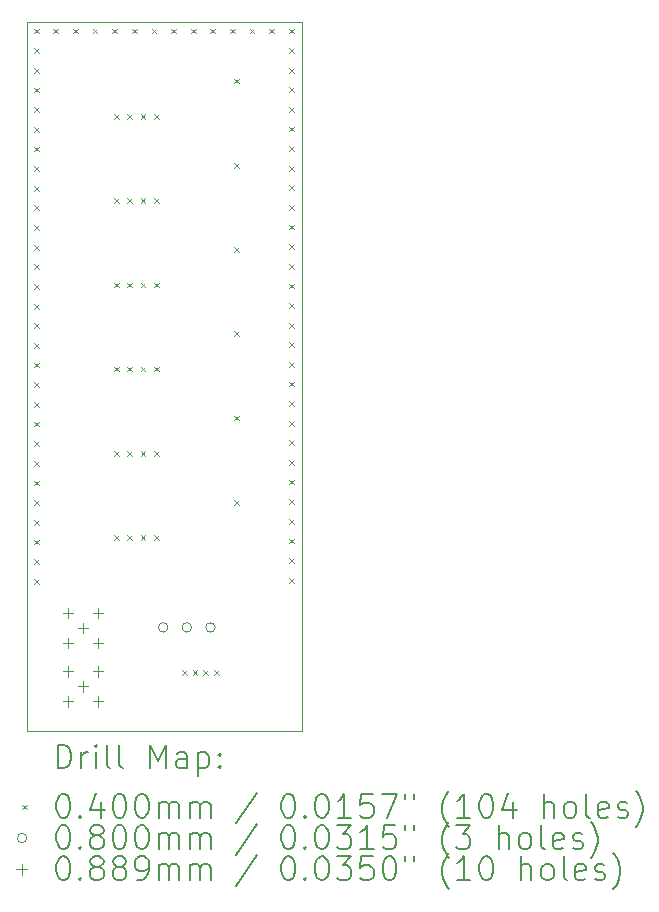
<source format=gbr>
%TF.GenerationSoftware,KiCad,Pcbnew,8.0.1-8.0.1-1~ubuntu22.04.1*%
%TF.CreationDate,2024-03-18T13:01:20-05:00*%
%TF.ProjectId,onsemi-version,6f6e7365-6d69-42d7-9665-7273696f6e2e,rev?*%
%TF.SameCoordinates,Original*%
%TF.FileFunction,Drillmap*%
%TF.FilePolarity,Positive*%
%FSLAX45Y45*%
G04 Gerber Fmt 4.5, Leading zero omitted, Abs format (unit mm)*
G04 Created by KiCad (PCBNEW 8.0.1-8.0.1-1~ubuntu22.04.1) date 2024-03-18 13:01:20*
%MOMM*%
%LPD*%
G01*
G04 APERTURE LIST*
%ADD10C,0.100000*%
%ADD11C,0.200000*%
G04 APERTURE END LIST*
D10*
X4050000Y-3558200D02*
X6375000Y-3558200D01*
X6375000Y-9558200D01*
X4050000Y-9558200D01*
X4050000Y-3558200D01*
D11*
D10*
X4105000Y-3613200D02*
X4145000Y-3653200D01*
X4145000Y-3613200D02*
X4105000Y-3653200D01*
X4105000Y-3779628D02*
X4145000Y-3819628D01*
X4145000Y-3779628D02*
X4105000Y-3819628D01*
X4105000Y-3946057D02*
X4145000Y-3986057D01*
X4145000Y-3946057D02*
X4105000Y-3986057D01*
X4105000Y-4112485D02*
X4145000Y-4152485D01*
X4145000Y-4112485D02*
X4105000Y-4152485D01*
X4105000Y-4278914D02*
X4145000Y-4318914D01*
X4145000Y-4278914D02*
X4105000Y-4318914D01*
X4105000Y-4445343D02*
X4145000Y-4485343D01*
X4145000Y-4445343D02*
X4105000Y-4485343D01*
X4105000Y-4611771D02*
X4145000Y-4651771D01*
X4145000Y-4611771D02*
X4105000Y-4651771D01*
X4105000Y-4778200D02*
X4145000Y-4818200D01*
X4145000Y-4778200D02*
X4105000Y-4818200D01*
X4105000Y-4944628D02*
X4145000Y-4984628D01*
X4145000Y-4944628D02*
X4105000Y-4984628D01*
X4105000Y-5111057D02*
X4145000Y-5151057D01*
X4145000Y-5111057D02*
X4105000Y-5151057D01*
X4105000Y-5277485D02*
X4145000Y-5317485D01*
X4145000Y-5277485D02*
X4105000Y-5317485D01*
X4105000Y-5443914D02*
X4145000Y-5483914D01*
X4145000Y-5443914D02*
X4105000Y-5483914D01*
X4105000Y-5610342D02*
X4145000Y-5650342D01*
X4145000Y-5610342D02*
X4105000Y-5650342D01*
X4105000Y-5776770D02*
X4145000Y-5816770D01*
X4145000Y-5776770D02*
X4105000Y-5816770D01*
X4105000Y-5943199D02*
X4145000Y-5983199D01*
X4145000Y-5943199D02*
X4105000Y-5983199D01*
X4105000Y-6109627D02*
X4145000Y-6149627D01*
X4145000Y-6109627D02*
X4105000Y-6149627D01*
X4105000Y-6276056D02*
X4145000Y-6316056D01*
X4145000Y-6276056D02*
X4105000Y-6316056D01*
X4105000Y-6442484D02*
X4145000Y-6482484D01*
X4145000Y-6442484D02*
X4105000Y-6482484D01*
X4105000Y-6608913D02*
X4145000Y-6648913D01*
X4145000Y-6608913D02*
X4105000Y-6648913D01*
X4105000Y-6775341D02*
X4145000Y-6815341D01*
X4145000Y-6775341D02*
X4105000Y-6815341D01*
X4105000Y-6941770D02*
X4145000Y-6981770D01*
X4145000Y-6941770D02*
X4105000Y-6981770D01*
X4105000Y-7108198D02*
X4145000Y-7148198D01*
X4145000Y-7108198D02*
X4105000Y-7148198D01*
X4105000Y-7274627D02*
X4145000Y-7314627D01*
X4145000Y-7274627D02*
X4105000Y-7314627D01*
X4105000Y-7441055D02*
X4145000Y-7481055D01*
X4145000Y-7441055D02*
X4105000Y-7481055D01*
X4105000Y-7607484D02*
X4145000Y-7647484D01*
X4145000Y-7607484D02*
X4105000Y-7647484D01*
X4105000Y-7773912D02*
X4145000Y-7813912D01*
X4145000Y-7773912D02*
X4105000Y-7813912D01*
X4105000Y-7940341D02*
X4145000Y-7980341D01*
X4145000Y-7940341D02*
X4105000Y-7980341D01*
X4105000Y-8106769D02*
X4145000Y-8146769D01*
X4145000Y-8106769D02*
X4105000Y-8146769D01*
X4105000Y-8273198D02*
X4145000Y-8313198D01*
X4145000Y-8273198D02*
X4105000Y-8313198D01*
X4271071Y-3613200D02*
X4311071Y-3653200D01*
X4311071Y-3613200D02*
X4271071Y-3653200D01*
X4437143Y-3613200D02*
X4477143Y-3653200D01*
X4477143Y-3613200D02*
X4437143Y-3653200D01*
X4603214Y-3613200D02*
X4643214Y-3653200D01*
X4643214Y-3613200D02*
X4603214Y-3653200D01*
X4769286Y-3613200D02*
X4809286Y-3653200D01*
X4809286Y-3613200D02*
X4769286Y-3653200D01*
X4785000Y-4336800D02*
X4825000Y-4376800D01*
X4825000Y-4336800D02*
X4785000Y-4376800D01*
X4785000Y-5050000D02*
X4825000Y-5090000D01*
X4825000Y-5050000D02*
X4785000Y-5090000D01*
X4785000Y-5763200D02*
X4825000Y-5803200D01*
X4825000Y-5763200D02*
X4785000Y-5803200D01*
X4785000Y-6476400D02*
X4825000Y-6516400D01*
X4825000Y-6476400D02*
X4785000Y-6516400D01*
X4785000Y-7189600D02*
X4825000Y-7229600D01*
X4825000Y-7189600D02*
X4785000Y-7229600D01*
X4785000Y-7902800D02*
X4825000Y-7942800D01*
X4825000Y-7902800D02*
X4785000Y-7942800D01*
X4897500Y-4336800D02*
X4937500Y-4376800D01*
X4937500Y-4336800D02*
X4897500Y-4376800D01*
X4897500Y-5050000D02*
X4937500Y-5090000D01*
X4937500Y-5050000D02*
X4897500Y-5090000D01*
X4897500Y-5763200D02*
X4937500Y-5803200D01*
X4937500Y-5763200D02*
X4897500Y-5803200D01*
X4897500Y-6476400D02*
X4937500Y-6516400D01*
X4937500Y-6476400D02*
X4897500Y-6516400D01*
X4897500Y-7189600D02*
X4937500Y-7229600D01*
X4937500Y-7189600D02*
X4897500Y-7229600D01*
X4897500Y-7902800D02*
X4937500Y-7942800D01*
X4937500Y-7902800D02*
X4897500Y-7942800D01*
X4935357Y-3613200D02*
X4975357Y-3653200D01*
X4975357Y-3613200D02*
X4935357Y-3653200D01*
X5010000Y-4336800D02*
X5050000Y-4376800D01*
X5050000Y-4336800D02*
X5010000Y-4376800D01*
X5010000Y-5050000D02*
X5050000Y-5090000D01*
X5050000Y-5050000D02*
X5010000Y-5090000D01*
X5010000Y-5763200D02*
X5050000Y-5803200D01*
X5050000Y-5763200D02*
X5010000Y-5803200D01*
X5010000Y-6476400D02*
X5050000Y-6516400D01*
X5050000Y-6476400D02*
X5010000Y-6516400D01*
X5010000Y-7189600D02*
X5050000Y-7229600D01*
X5050000Y-7189600D02*
X5010000Y-7229600D01*
X5010000Y-7902800D02*
X5050000Y-7942800D01*
X5050000Y-7902800D02*
X5010000Y-7942800D01*
X5101428Y-3613200D02*
X5141428Y-3653200D01*
X5141428Y-3613200D02*
X5101428Y-3653200D01*
X5122500Y-4336800D02*
X5162500Y-4376800D01*
X5162500Y-4336800D02*
X5122500Y-4376800D01*
X5122500Y-5050000D02*
X5162500Y-5090000D01*
X5162500Y-5050000D02*
X5122500Y-5090000D01*
X5122500Y-5763200D02*
X5162500Y-5803200D01*
X5162500Y-5763200D02*
X5122500Y-5803200D01*
X5122500Y-6476400D02*
X5162500Y-6516400D01*
X5162500Y-6476400D02*
X5122500Y-6516400D01*
X5122500Y-7189600D02*
X5162500Y-7229600D01*
X5162500Y-7189600D02*
X5122500Y-7229600D01*
X5122500Y-7902800D02*
X5162500Y-7942800D01*
X5162500Y-7902800D02*
X5122500Y-7942800D01*
X5267500Y-3613200D02*
X5307500Y-3653200D01*
X5307500Y-3613200D02*
X5267500Y-3653200D01*
X5360000Y-9043200D02*
X5400000Y-9083200D01*
X5400000Y-9043200D02*
X5360000Y-9083200D01*
X5433571Y-3613200D02*
X5473571Y-3653200D01*
X5473571Y-3613200D02*
X5433571Y-3653200D01*
X5450000Y-9043200D02*
X5490000Y-9083200D01*
X5490000Y-9043200D02*
X5450000Y-9083200D01*
X5540000Y-9043200D02*
X5580000Y-9083200D01*
X5580000Y-9043200D02*
X5540000Y-9083200D01*
X5599643Y-3613200D02*
X5639643Y-3653200D01*
X5639643Y-3613200D02*
X5599643Y-3653200D01*
X5630000Y-9043200D02*
X5670000Y-9083200D01*
X5670000Y-9043200D02*
X5630000Y-9083200D01*
X5765714Y-3613200D02*
X5805714Y-3653200D01*
X5805714Y-3613200D02*
X5765714Y-3653200D01*
X5800000Y-4036800D02*
X5840000Y-4076800D01*
X5840000Y-4036800D02*
X5800000Y-4076800D01*
X5800000Y-4750000D02*
X5840000Y-4790000D01*
X5840000Y-4750000D02*
X5800000Y-4790000D01*
X5800000Y-5463200D02*
X5840000Y-5503200D01*
X5840000Y-5463200D02*
X5800000Y-5503200D01*
X5800000Y-6176400D02*
X5840000Y-6216400D01*
X5840000Y-6176400D02*
X5800000Y-6216400D01*
X5800000Y-6889600D02*
X5840000Y-6929600D01*
X5840000Y-6889600D02*
X5800000Y-6929600D01*
X5800000Y-7602800D02*
X5840000Y-7642800D01*
X5840000Y-7602800D02*
X5800000Y-7642800D01*
X5931785Y-3613200D02*
X5971785Y-3653200D01*
X5971785Y-3613200D02*
X5931785Y-3653200D01*
X6097857Y-3613200D02*
X6137857Y-3653200D01*
X6137857Y-3613200D02*
X6097857Y-3653200D01*
X6263928Y-3613200D02*
X6303928Y-3653200D01*
X6303928Y-3613200D02*
X6263928Y-3653200D01*
X6263928Y-3779271D02*
X6303928Y-3819271D01*
X6303928Y-3779271D02*
X6263928Y-3819271D01*
X6263928Y-3945343D02*
X6303928Y-3985343D01*
X6303928Y-3945343D02*
X6263928Y-3985343D01*
X6263928Y-4111414D02*
X6303928Y-4151414D01*
X6303928Y-4111414D02*
X6263928Y-4151414D01*
X6263928Y-4277486D02*
X6303928Y-4317486D01*
X6303928Y-4277486D02*
X6263928Y-4317486D01*
X6263928Y-4443557D02*
X6303928Y-4483557D01*
X6303928Y-4443557D02*
X6263928Y-4483557D01*
X6263928Y-4609628D02*
X6303928Y-4649628D01*
X6303928Y-4609628D02*
X6263928Y-4649628D01*
X6263928Y-4775700D02*
X6303928Y-4815700D01*
X6303928Y-4775700D02*
X6263928Y-4815700D01*
X6263928Y-4941771D02*
X6303928Y-4981771D01*
X6303928Y-4941771D02*
X6263928Y-4981771D01*
X6263928Y-5107843D02*
X6303928Y-5147843D01*
X6303928Y-5107843D02*
X6263928Y-5147843D01*
X6263928Y-5273914D02*
X6303928Y-5313914D01*
X6303928Y-5273914D02*
X6263928Y-5313914D01*
X6263928Y-5439985D02*
X6303928Y-5479985D01*
X6303928Y-5439985D02*
X6263928Y-5479985D01*
X6263928Y-5606057D02*
X6303928Y-5646057D01*
X6303928Y-5606057D02*
X6263928Y-5646057D01*
X6263928Y-5772128D02*
X6303928Y-5812128D01*
X6303928Y-5772128D02*
X6263928Y-5812128D01*
X6263928Y-5938200D02*
X6303928Y-5978200D01*
X6303928Y-5938200D02*
X6263928Y-5978200D01*
X6263928Y-6104271D02*
X6303928Y-6144271D01*
X6303928Y-6104271D02*
X6263928Y-6144271D01*
X6263928Y-6270342D02*
X6303928Y-6310342D01*
X6303928Y-6270342D02*
X6263928Y-6310342D01*
X6263928Y-6436414D02*
X6303928Y-6476414D01*
X6303928Y-6436414D02*
X6263928Y-6476414D01*
X6263928Y-6602485D02*
X6303928Y-6642485D01*
X6303928Y-6602485D02*
X6263928Y-6642485D01*
X6263928Y-6768557D02*
X6303928Y-6808557D01*
X6303928Y-6768557D02*
X6263928Y-6808557D01*
X6263928Y-6934628D02*
X6303928Y-6974628D01*
X6303928Y-6934628D02*
X6263928Y-6974628D01*
X6263928Y-7100699D02*
X6303928Y-7140699D01*
X6303928Y-7100699D02*
X6263928Y-7140699D01*
X6263928Y-7266771D02*
X6303928Y-7306771D01*
X6303928Y-7266771D02*
X6263928Y-7306771D01*
X6263928Y-7432842D02*
X6303928Y-7472842D01*
X6303928Y-7432842D02*
X6263928Y-7472842D01*
X6263928Y-7598914D02*
X6303928Y-7638914D01*
X6303928Y-7598914D02*
X6263928Y-7638914D01*
X6263928Y-7764985D02*
X6303928Y-7804985D01*
X6303928Y-7764985D02*
X6263928Y-7804985D01*
X6263928Y-7931056D02*
X6303928Y-7971056D01*
X6303928Y-7931056D02*
X6263928Y-7971056D01*
X6263928Y-8097128D02*
X6303928Y-8137128D01*
X6303928Y-8097128D02*
X6263928Y-8137128D01*
X6263928Y-8263200D02*
X6303928Y-8303200D01*
X6303928Y-8263200D02*
X6263928Y-8303200D01*
X5240000Y-8683200D02*
G75*
G02*
X5160000Y-8683200I-40000J0D01*
G01*
X5160000Y-8683200D02*
G75*
G02*
X5240000Y-8683200I40000J0D01*
G01*
X5440000Y-8683200D02*
G75*
G02*
X5360000Y-8683200I-40000J0D01*
G01*
X5360000Y-8683200D02*
G75*
G02*
X5440000Y-8683200I40000J0D01*
G01*
X5640000Y-8683200D02*
G75*
G02*
X5560000Y-8683200I-40000J0D01*
G01*
X5560000Y-8683200D02*
G75*
G02*
X5640000Y-8683200I40000J0D01*
G01*
X4392500Y-8518750D02*
X4392500Y-8607650D01*
X4348050Y-8563200D02*
X4436950Y-8563200D01*
X4392500Y-8772750D02*
X4392500Y-8861650D01*
X4348050Y-8817200D02*
X4436950Y-8817200D01*
X4392500Y-9011750D02*
X4392500Y-9100650D01*
X4348050Y-9056200D02*
X4436950Y-9056200D01*
X4392500Y-9265750D02*
X4392500Y-9354650D01*
X4348050Y-9310200D02*
X4436950Y-9310200D01*
X4519500Y-8645750D02*
X4519500Y-8734650D01*
X4475050Y-8690200D02*
X4563950Y-8690200D01*
X4519500Y-9138750D02*
X4519500Y-9227650D01*
X4475050Y-9183200D02*
X4563950Y-9183200D01*
X4646500Y-8518750D02*
X4646500Y-8607650D01*
X4602050Y-8563200D02*
X4690950Y-8563200D01*
X4646500Y-8772750D02*
X4646500Y-8861650D01*
X4602050Y-8817200D02*
X4690950Y-8817200D01*
X4646500Y-9011750D02*
X4646500Y-9100650D01*
X4602050Y-9056200D02*
X4690950Y-9056200D01*
X4646500Y-9265750D02*
X4646500Y-9354650D01*
X4602050Y-9310200D02*
X4690950Y-9310200D01*
D11*
X4305777Y-9874684D02*
X4305777Y-9674684D01*
X4305777Y-9674684D02*
X4353396Y-9674684D01*
X4353396Y-9674684D02*
X4381967Y-9684208D01*
X4381967Y-9684208D02*
X4401015Y-9703255D01*
X4401015Y-9703255D02*
X4410539Y-9722303D01*
X4410539Y-9722303D02*
X4420063Y-9760398D01*
X4420063Y-9760398D02*
X4420063Y-9788970D01*
X4420063Y-9788970D02*
X4410539Y-9827065D01*
X4410539Y-9827065D02*
X4401015Y-9846112D01*
X4401015Y-9846112D02*
X4381967Y-9865160D01*
X4381967Y-9865160D02*
X4353396Y-9874684D01*
X4353396Y-9874684D02*
X4305777Y-9874684D01*
X4505777Y-9874684D02*
X4505777Y-9741350D01*
X4505777Y-9779446D02*
X4515301Y-9760398D01*
X4515301Y-9760398D02*
X4524824Y-9750874D01*
X4524824Y-9750874D02*
X4543872Y-9741350D01*
X4543872Y-9741350D02*
X4562920Y-9741350D01*
X4629586Y-9874684D02*
X4629586Y-9741350D01*
X4629586Y-9674684D02*
X4620063Y-9684208D01*
X4620063Y-9684208D02*
X4629586Y-9693731D01*
X4629586Y-9693731D02*
X4639110Y-9684208D01*
X4639110Y-9684208D02*
X4629586Y-9674684D01*
X4629586Y-9674684D02*
X4629586Y-9693731D01*
X4753396Y-9874684D02*
X4734348Y-9865160D01*
X4734348Y-9865160D02*
X4724824Y-9846112D01*
X4724824Y-9846112D02*
X4724824Y-9674684D01*
X4858158Y-9874684D02*
X4839110Y-9865160D01*
X4839110Y-9865160D02*
X4829586Y-9846112D01*
X4829586Y-9846112D02*
X4829586Y-9674684D01*
X5086729Y-9874684D02*
X5086729Y-9674684D01*
X5086729Y-9674684D02*
X5153396Y-9817541D01*
X5153396Y-9817541D02*
X5220063Y-9674684D01*
X5220063Y-9674684D02*
X5220063Y-9874684D01*
X5401015Y-9874684D02*
X5401015Y-9769922D01*
X5401015Y-9769922D02*
X5391491Y-9750874D01*
X5391491Y-9750874D02*
X5372444Y-9741350D01*
X5372444Y-9741350D02*
X5334348Y-9741350D01*
X5334348Y-9741350D02*
X5315301Y-9750874D01*
X5401015Y-9865160D02*
X5381967Y-9874684D01*
X5381967Y-9874684D02*
X5334348Y-9874684D01*
X5334348Y-9874684D02*
X5315301Y-9865160D01*
X5315301Y-9865160D02*
X5305777Y-9846112D01*
X5305777Y-9846112D02*
X5305777Y-9827065D01*
X5305777Y-9827065D02*
X5315301Y-9808017D01*
X5315301Y-9808017D02*
X5334348Y-9798493D01*
X5334348Y-9798493D02*
X5381967Y-9798493D01*
X5381967Y-9798493D02*
X5401015Y-9788970D01*
X5496253Y-9741350D02*
X5496253Y-9941350D01*
X5496253Y-9750874D02*
X5515301Y-9741350D01*
X5515301Y-9741350D02*
X5553396Y-9741350D01*
X5553396Y-9741350D02*
X5572444Y-9750874D01*
X5572444Y-9750874D02*
X5581967Y-9760398D01*
X5581967Y-9760398D02*
X5591491Y-9779446D01*
X5591491Y-9779446D02*
X5591491Y-9836589D01*
X5591491Y-9836589D02*
X5581967Y-9855636D01*
X5581967Y-9855636D02*
X5572444Y-9865160D01*
X5572444Y-9865160D02*
X5553396Y-9874684D01*
X5553396Y-9874684D02*
X5515301Y-9874684D01*
X5515301Y-9874684D02*
X5496253Y-9865160D01*
X5677205Y-9855636D02*
X5686729Y-9865160D01*
X5686729Y-9865160D02*
X5677205Y-9874684D01*
X5677205Y-9874684D02*
X5667682Y-9865160D01*
X5667682Y-9865160D02*
X5677205Y-9855636D01*
X5677205Y-9855636D02*
X5677205Y-9874684D01*
X5677205Y-9750874D02*
X5686729Y-9760398D01*
X5686729Y-9760398D02*
X5677205Y-9769922D01*
X5677205Y-9769922D02*
X5667682Y-9760398D01*
X5667682Y-9760398D02*
X5677205Y-9750874D01*
X5677205Y-9750874D02*
X5677205Y-9769922D01*
D10*
X4005000Y-10183200D02*
X4045000Y-10223200D01*
X4045000Y-10183200D02*
X4005000Y-10223200D01*
D11*
X4343872Y-10094684D02*
X4362920Y-10094684D01*
X4362920Y-10094684D02*
X4381967Y-10104208D01*
X4381967Y-10104208D02*
X4391491Y-10113731D01*
X4391491Y-10113731D02*
X4401015Y-10132779D01*
X4401015Y-10132779D02*
X4410539Y-10170874D01*
X4410539Y-10170874D02*
X4410539Y-10218493D01*
X4410539Y-10218493D02*
X4401015Y-10256589D01*
X4401015Y-10256589D02*
X4391491Y-10275636D01*
X4391491Y-10275636D02*
X4381967Y-10285160D01*
X4381967Y-10285160D02*
X4362920Y-10294684D01*
X4362920Y-10294684D02*
X4343872Y-10294684D01*
X4343872Y-10294684D02*
X4324824Y-10285160D01*
X4324824Y-10285160D02*
X4315301Y-10275636D01*
X4315301Y-10275636D02*
X4305777Y-10256589D01*
X4305777Y-10256589D02*
X4296253Y-10218493D01*
X4296253Y-10218493D02*
X4296253Y-10170874D01*
X4296253Y-10170874D02*
X4305777Y-10132779D01*
X4305777Y-10132779D02*
X4315301Y-10113731D01*
X4315301Y-10113731D02*
X4324824Y-10104208D01*
X4324824Y-10104208D02*
X4343872Y-10094684D01*
X4496253Y-10275636D02*
X4505777Y-10285160D01*
X4505777Y-10285160D02*
X4496253Y-10294684D01*
X4496253Y-10294684D02*
X4486729Y-10285160D01*
X4486729Y-10285160D02*
X4496253Y-10275636D01*
X4496253Y-10275636D02*
X4496253Y-10294684D01*
X4677205Y-10161350D02*
X4677205Y-10294684D01*
X4629586Y-10085160D02*
X4581967Y-10228017D01*
X4581967Y-10228017D02*
X4705777Y-10228017D01*
X4820063Y-10094684D02*
X4839110Y-10094684D01*
X4839110Y-10094684D02*
X4858158Y-10104208D01*
X4858158Y-10104208D02*
X4867682Y-10113731D01*
X4867682Y-10113731D02*
X4877205Y-10132779D01*
X4877205Y-10132779D02*
X4886729Y-10170874D01*
X4886729Y-10170874D02*
X4886729Y-10218493D01*
X4886729Y-10218493D02*
X4877205Y-10256589D01*
X4877205Y-10256589D02*
X4867682Y-10275636D01*
X4867682Y-10275636D02*
X4858158Y-10285160D01*
X4858158Y-10285160D02*
X4839110Y-10294684D01*
X4839110Y-10294684D02*
X4820063Y-10294684D01*
X4820063Y-10294684D02*
X4801015Y-10285160D01*
X4801015Y-10285160D02*
X4791491Y-10275636D01*
X4791491Y-10275636D02*
X4781967Y-10256589D01*
X4781967Y-10256589D02*
X4772444Y-10218493D01*
X4772444Y-10218493D02*
X4772444Y-10170874D01*
X4772444Y-10170874D02*
X4781967Y-10132779D01*
X4781967Y-10132779D02*
X4791491Y-10113731D01*
X4791491Y-10113731D02*
X4801015Y-10104208D01*
X4801015Y-10104208D02*
X4820063Y-10094684D01*
X5010539Y-10094684D02*
X5029586Y-10094684D01*
X5029586Y-10094684D02*
X5048634Y-10104208D01*
X5048634Y-10104208D02*
X5058158Y-10113731D01*
X5058158Y-10113731D02*
X5067682Y-10132779D01*
X5067682Y-10132779D02*
X5077205Y-10170874D01*
X5077205Y-10170874D02*
X5077205Y-10218493D01*
X5077205Y-10218493D02*
X5067682Y-10256589D01*
X5067682Y-10256589D02*
X5058158Y-10275636D01*
X5058158Y-10275636D02*
X5048634Y-10285160D01*
X5048634Y-10285160D02*
X5029586Y-10294684D01*
X5029586Y-10294684D02*
X5010539Y-10294684D01*
X5010539Y-10294684D02*
X4991491Y-10285160D01*
X4991491Y-10285160D02*
X4981967Y-10275636D01*
X4981967Y-10275636D02*
X4972444Y-10256589D01*
X4972444Y-10256589D02*
X4962920Y-10218493D01*
X4962920Y-10218493D02*
X4962920Y-10170874D01*
X4962920Y-10170874D02*
X4972444Y-10132779D01*
X4972444Y-10132779D02*
X4981967Y-10113731D01*
X4981967Y-10113731D02*
X4991491Y-10104208D01*
X4991491Y-10104208D02*
X5010539Y-10094684D01*
X5162920Y-10294684D02*
X5162920Y-10161350D01*
X5162920Y-10180398D02*
X5172444Y-10170874D01*
X5172444Y-10170874D02*
X5191491Y-10161350D01*
X5191491Y-10161350D02*
X5220063Y-10161350D01*
X5220063Y-10161350D02*
X5239110Y-10170874D01*
X5239110Y-10170874D02*
X5248634Y-10189922D01*
X5248634Y-10189922D02*
X5248634Y-10294684D01*
X5248634Y-10189922D02*
X5258158Y-10170874D01*
X5258158Y-10170874D02*
X5277205Y-10161350D01*
X5277205Y-10161350D02*
X5305777Y-10161350D01*
X5305777Y-10161350D02*
X5324825Y-10170874D01*
X5324825Y-10170874D02*
X5334348Y-10189922D01*
X5334348Y-10189922D02*
X5334348Y-10294684D01*
X5429586Y-10294684D02*
X5429586Y-10161350D01*
X5429586Y-10180398D02*
X5439110Y-10170874D01*
X5439110Y-10170874D02*
X5458158Y-10161350D01*
X5458158Y-10161350D02*
X5486729Y-10161350D01*
X5486729Y-10161350D02*
X5505777Y-10170874D01*
X5505777Y-10170874D02*
X5515301Y-10189922D01*
X5515301Y-10189922D02*
X5515301Y-10294684D01*
X5515301Y-10189922D02*
X5524825Y-10170874D01*
X5524825Y-10170874D02*
X5543872Y-10161350D01*
X5543872Y-10161350D02*
X5572444Y-10161350D01*
X5572444Y-10161350D02*
X5591491Y-10170874D01*
X5591491Y-10170874D02*
X5601015Y-10189922D01*
X5601015Y-10189922D02*
X5601015Y-10294684D01*
X5991491Y-10085160D02*
X5820063Y-10342303D01*
X6248634Y-10094684D02*
X6267682Y-10094684D01*
X6267682Y-10094684D02*
X6286729Y-10104208D01*
X6286729Y-10104208D02*
X6296253Y-10113731D01*
X6296253Y-10113731D02*
X6305777Y-10132779D01*
X6305777Y-10132779D02*
X6315301Y-10170874D01*
X6315301Y-10170874D02*
X6315301Y-10218493D01*
X6315301Y-10218493D02*
X6305777Y-10256589D01*
X6305777Y-10256589D02*
X6296253Y-10275636D01*
X6296253Y-10275636D02*
X6286729Y-10285160D01*
X6286729Y-10285160D02*
X6267682Y-10294684D01*
X6267682Y-10294684D02*
X6248634Y-10294684D01*
X6248634Y-10294684D02*
X6229586Y-10285160D01*
X6229586Y-10285160D02*
X6220063Y-10275636D01*
X6220063Y-10275636D02*
X6210539Y-10256589D01*
X6210539Y-10256589D02*
X6201015Y-10218493D01*
X6201015Y-10218493D02*
X6201015Y-10170874D01*
X6201015Y-10170874D02*
X6210539Y-10132779D01*
X6210539Y-10132779D02*
X6220063Y-10113731D01*
X6220063Y-10113731D02*
X6229586Y-10104208D01*
X6229586Y-10104208D02*
X6248634Y-10094684D01*
X6401015Y-10275636D02*
X6410539Y-10285160D01*
X6410539Y-10285160D02*
X6401015Y-10294684D01*
X6401015Y-10294684D02*
X6391491Y-10285160D01*
X6391491Y-10285160D02*
X6401015Y-10275636D01*
X6401015Y-10275636D02*
X6401015Y-10294684D01*
X6534348Y-10094684D02*
X6553396Y-10094684D01*
X6553396Y-10094684D02*
X6572444Y-10104208D01*
X6572444Y-10104208D02*
X6581967Y-10113731D01*
X6581967Y-10113731D02*
X6591491Y-10132779D01*
X6591491Y-10132779D02*
X6601015Y-10170874D01*
X6601015Y-10170874D02*
X6601015Y-10218493D01*
X6601015Y-10218493D02*
X6591491Y-10256589D01*
X6591491Y-10256589D02*
X6581967Y-10275636D01*
X6581967Y-10275636D02*
X6572444Y-10285160D01*
X6572444Y-10285160D02*
X6553396Y-10294684D01*
X6553396Y-10294684D02*
X6534348Y-10294684D01*
X6534348Y-10294684D02*
X6515301Y-10285160D01*
X6515301Y-10285160D02*
X6505777Y-10275636D01*
X6505777Y-10275636D02*
X6496253Y-10256589D01*
X6496253Y-10256589D02*
X6486729Y-10218493D01*
X6486729Y-10218493D02*
X6486729Y-10170874D01*
X6486729Y-10170874D02*
X6496253Y-10132779D01*
X6496253Y-10132779D02*
X6505777Y-10113731D01*
X6505777Y-10113731D02*
X6515301Y-10104208D01*
X6515301Y-10104208D02*
X6534348Y-10094684D01*
X6791491Y-10294684D02*
X6677206Y-10294684D01*
X6734348Y-10294684D02*
X6734348Y-10094684D01*
X6734348Y-10094684D02*
X6715301Y-10123255D01*
X6715301Y-10123255D02*
X6696253Y-10142303D01*
X6696253Y-10142303D02*
X6677206Y-10151827D01*
X6972444Y-10094684D02*
X6877206Y-10094684D01*
X6877206Y-10094684D02*
X6867682Y-10189922D01*
X6867682Y-10189922D02*
X6877206Y-10180398D01*
X6877206Y-10180398D02*
X6896253Y-10170874D01*
X6896253Y-10170874D02*
X6943872Y-10170874D01*
X6943872Y-10170874D02*
X6962920Y-10180398D01*
X6962920Y-10180398D02*
X6972444Y-10189922D01*
X6972444Y-10189922D02*
X6981967Y-10208970D01*
X6981967Y-10208970D02*
X6981967Y-10256589D01*
X6981967Y-10256589D02*
X6972444Y-10275636D01*
X6972444Y-10275636D02*
X6962920Y-10285160D01*
X6962920Y-10285160D02*
X6943872Y-10294684D01*
X6943872Y-10294684D02*
X6896253Y-10294684D01*
X6896253Y-10294684D02*
X6877206Y-10285160D01*
X6877206Y-10285160D02*
X6867682Y-10275636D01*
X7048634Y-10094684D02*
X7181967Y-10094684D01*
X7181967Y-10094684D02*
X7096253Y-10294684D01*
X7248634Y-10094684D02*
X7248634Y-10132779D01*
X7324825Y-10094684D02*
X7324825Y-10132779D01*
X7620063Y-10370874D02*
X7610539Y-10361350D01*
X7610539Y-10361350D02*
X7591491Y-10332779D01*
X7591491Y-10332779D02*
X7581968Y-10313731D01*
X7581968Y-10313731D02*
X7572444Y-10285160D01*
X7572444Y-10285160D02*
X7562920Y-10237541D01*
X7562920Y-10237541D02*
X7562920Y-10199446D01*
X7562920Y-10199446D02*
X7572444Y-10151827D01*
X7572444Y-10151827D02*
X7581968Y-10123255D01*
X7581968Y-10123255D02*
X7591491Y-10104208D01*
X7591491Y-10104208D02*
X7610539Y-10075636D01*
X7610539Y-10075636D02*
X7620063Y-10066112D01*
X7801015Y-10294684D02*
X7686729Y-10294684D01*
X7743872Y-10294684D02*
X7743872Y-10094684D01*
X7743872Y-10094684D02*
X7724825Y-10123255D01*
X7724825Y-10123255D02*
X7705777Y-10142303D01*
X7705777Y-10142303D02*
X7686729Y-10151827D01*
X7924825Y-10094684D02*
X7943872Y-10094684D01*
X7943872Y-10094684D02*
X7962920Y-10104208D01*
X7962920Y-10104208D02*
X7972444Y-10113731D01*
X7972444Y-10113731D02*
X7981968Y-10132779D01*
X7981968Y-10132779D02*
X7991491Y-10170874D01*
X7991491Y-10170874D02*
X7991491Y-10218493D01*
X7991491Y-10218493D02*
X7981968Y-10256589D01*
X7981968Y-10256589D02*
X7972444Y-10275636D01*
X7972444Y-10275636D02*
X7962920Y-10285160D01*
X7962920Y-10285160D02*
X7943872Y-10294684D01*
X7943872Y-10294684D02*
X7924825Y-10294684D01*
X7924825Y-10294684D02*
X7905777Y-10285160D01*
X7905777Y-10285160D02*
X7896253Y-10275636D01*
X7896253Y-10275636D02*
X7886729Y-10256589D01*
X7886729Y-10256589D02*
X7877206Y-10218493D01*
X7877206Y-10218493D02*
X7877206Y-10170874D01*
X7877206Y-10170874D02*
X7886729Y-10132779D01*
X7886729Y-10132779D02*
X7896253Y-10113731D01*
X7896253Y-10113731D02*
X7905777Y-10104208D01*
X7905777Y-10104208D02*
X7924825Y-10094684D01*
X8162920Y-10161350D02*
X8162920Y-10294684D01*
X8115301Y-10085160D02*
X8067682Y-10228017D01*
X8067682Y-10228017D02*
X8191491Y-10228017D01*
X8420063Y-10294684D02*
X8420063Y-10094684D01*
X8505777Y-10294684D02*
X8505777Y-10189922D01*
X8505777Y-10189922D02*
X8496253Y-10170874D01*
X8496253Y-10170874D02*
X8477206Y-10161350D01*
X8477206Y-10161350D02*
X8448634Y-10161350D01*
X8448634Y-10161350D02*
X8429587Y-10170874D01*
X8429587Y-10170874D02*
X8420063Y-10180398D01*
X8629587Y-10294684D02*
X8610539Y-10285160D01*
X8610539Y-10285160D02*
X8601015Y-10275636D01*
X8601015Y-10275636D02*
X8591492Y-10256589D01*
X8591492Y-10256589D02*
X8591492Y-10199446D01*
X8591492Y-10199446D02*
X8601015Y-10180398D01*
X8601015Y-10180398D02*
X8610539Y-10170874D01*
X8610539Y-10170874D02*
X8629587Y-10161350D01*
X8629587Y-10161350D02*
X8658158Y-10161350D01*
X8658158Y-10161350D02*
X8677206Y-10170874D01*
X8677206Y-10170874D02*
X8686730Y-10180398D01*
X8686730Y-10180398D02*
X8696253Y-10199446D01*
X8696253Y-10199446D02*
X8696253Y-10256589D01*
X8696253Y-10256589D02*
X8686730Y-10275636D01*
X8686730Y-10275636D02*
X8677206Y-10285160D01*
X8677206Y-10285160D02*
X8658158Y-10294684D01*
X8658158Y-10294684D02*
X8629587Y-10294684D01*
X8810539Y-10294684D02*
X8791492Y-10285160D01*
X8791492Y-10285160D02*
X8781968Y-10266112D01*
X8781968Y-10266112D02*
X8781968Y-10094684D01*
X8962920Y-10285160D02*
X8943873Y-10294684D01*
X8943873Y-10294684D02*
X8905777Y-10294684D01*
X8905777Y-10294684D02*
X8886730Y-10285160D01*
X8886730Y-10285160D02*
X8877206Y-10266112D01*
X8877206Y-10266112D02*
X8877206Y-10189922D01*
X8877206Y-10189922D02*
X8886730Y-10170874D01*
X8886730Y-10170874D02*
X8905777Y-10161350D01*
X8905777Y-10161350D02*
X8943873Y-10161350D01*
X8943873Y-10161350D02*
X8962920Y-10170874D01*
X8962920Y-10170874D02*
X8972444Y-10189922D01*
X8972444Y-10189922D02*
X8972444Y-10208970D01*
X8972444Y-10208970D02*
X8877206Y-10228017D01*
X9048634Y-10285160D02*
X9067682Y-10294684D01*
X9067682Y-10294684D02*
X9105777Y-10294684D01*
X9105777Y-10294684D02*
X9124825Y-10285160D01*
X9124825Y-10285160D02*
X9134349Y-10266112D01*
X9134349Y-10266112D02*
X9134349Y-10256589D01*
X9134349Y-10256589D02*
X9124825Y-10237541D01*
X9124825Y-10237541D02*
X9105777Y-10228017D01*
X9105777Y-10228017D02*
X9077206Y-10228017D01*
X9077206Y-10228017D02*
X9058158Y-10218493D01*
X9058158Y-10218493D02*
X9048634Y-10199446D01*
X9048634Y-10199446D02*
X9048634Y-10189922D01*
X9048634Y-10189922D02*
X9058158Y-10170874D01*
X9058158Y-10170874D02*
X9077206Y-10161350D01*
X9077206Y-10161350D02*
X9105777Y-10161350D01*
X9105777Y-10161350D02*
X9124825Y-10170874D01*
X9201015Y-10370874D02*
X9210539Y-10361350D01*
X9210539Y-10361350D02*
X9229587Y-10332779D01*
X9229587Y-10332779D02*
X9239111Y-10313731D01*
X9239111Y-10313731D02*
X9248634Y-10285160D01*
X9248634Y-10285160D02*
X9258158Y-10237541D01*
X9258158Y-10237541D02*
X9258158Y-10199446D01*
X9258158Y-10199446D02*
X9248634Y-10151827D01*
X9248634Y-10151827D02*
X9239111Y-10123255D01*
X9239111Y-10123255D02*
X9229587Y-10104208D01*
X9229587Y-10104208D02*
X9210539Y-10075636D01*
X9210539Y-10075636D02*
X9201015Y-10066112D01*
D10*
X4045000Y-10467200D02*
G75*
G02*
X3965000Y-10467200I-40000J0D01*
G01*
X3965000Y-10467200D02*
G75*
G02*
X4045000Y-10467200I40000J0D01*
G01*
D11*
X4343872Y-10358684D02*
X4362920Y-10358684D01*
X4362920Y-10358684D02*
X4381967Y-10368208D01*
X4381967Y-10368208D02*
X4391491Y-10377731D01*
X4391491Y-10377731D02*
X4401015Y-10396779D01*
X4401015Y-10396779D02*
X4410539Y-10434874D01*
X4410539Y-10434874D02*
X4410539Y-10482493D01*
X4410539Y-10482493D02*
X4401015Y-10520589D01*
X4401015Y-10520589D02*
X4391491Y-10539636D01*
X4391491Y-10539636D02*
X4381967Y-10549160D01*
X4381967Y-10549160D02*
X4362920Y-10558684D01*
X4362920Y-10558684D02*
X4343872Y-10558684D01*
X4343872Y-10558684D02*
X4324824Y-10549160D01*
X4324824Y-10549160D02*
X4315301Y-10539636D01*
X4315301Y-10539636D02*
X4305777Y-10520589D01*
X4305777Y-10520589D02*
X4296253Y-10482493D01*
X4296253Y-10482493D02*
X4296253Y-10434874D01*
X4296253Y-10434874D02*
X4305777Y-10396779D01*
X4305777Y-10396779D02*
X4315301Y-10377731D01*
X4315301Y-10377731D02*
X4324824Y-10368208D01*
X4324824Y-10368208D02*
X4343872Y-10358684D01*
X4496253Y-10539636D02*
X4505777Y-10549160D01*
X4505777Y-10549160D02*
X4496253Y-10558684D01*
X4496253Y-10558684D02*
X4486729Y-10549160D01*
X4486729Y-10549160D02*
X4496253Y-10539636D01*
X4496253Y-10539636D02*
X4496253Y-10558684D01*
X4620063Y-10444398D02*
X4601015Y-10434874D01*
X4601015Y-10434874D02*
X4591491Y-10425350D01*
X4591491Y-10425350D02*
X4581967Y-10406303D01*
X4581967Y-10406303D02*
X4581967Y-10396779D01*
X4581967Y-10396779D02*
X4591491Y-10377731D01*
X4591491Y-10377731D02*
X4601015Y-10368208D01*
X4601015Y-10368208D02*
X4620063Y-10358684D01*
X4620063Y-10358684D02*
X4658158Y-10358684D01*
X4658158Y-10358684D02*
X4677205Y-10368208D01*
X4677205Y-10368208D02*
X4686729Y-10377731D01*
X4686729Y-10377731D02*
X4696253Y-10396779D01*
X4696253Y-10396779D02*
X4696253Y-10406303D01*
X4696253Y-10406303D02*
X4686729Y-10425350D01*
X4686729Y-10425350D02*
X4677205Y-10434874D01*
X4677205Y-10434874D02*
X4658158Y-10444398D01*
X4658158Y-10444398D02*
X4620063Y-10444398D01*
X4620063Y-10444398D02*
X4601015Y-10453922D01*
X4601015Y-10453922D02*
X4591491Y-10463446D01*
X4591491Y-10463446D02*
X4581967Y-10482493D01*
X4581967Y-10482493D02*
X4581967Y-10520589D01*
X4581967Y-10520589D02*
X4591491Y-10539636D01*
X4591491Y-10539636D02*
X4601015Y-10549160D01*
X4601015Y-10549160D02*
X4620063Y-10558684D01*
X4620063Y-10558684D02*
X4658158Y-10558684D01*
X4658158Y-10558684D02*
X4677205Y-10549160D01*
X4677205Y-10549160D02*
X4686729Y-10539636D01*
X4686729Y-10539636D02*
X4696253Y-10520589D01*
X4696253Y-10520589D02*
X4696253Y-10482493D01*
X4696253Y-10482493D02*
X4686729Y-10463446D01*
X4686729Y-10463446D02*
X4677205Y-10453922D01*
X4677205Y-10453922D02*
X4658158Y-10444398D01*
X4820063Y-10358684D02*
X4839110Y-10358684D01*
X4839110Y-10358684D02*
X4858158Y-10368208D01*
X4858158Y-10368208D02*
X4867682Y-10377731D01*
X4867682Y-10377731D02*
X4877205Y-10396779D01*
X4877205Y-10396779D02*
X4886729Y-10434874D01*
X4886729Y-10434874D02*
X4886729Y-10482493D01*
X4886729Y-10482493D02*
X4877205Y-10520589D01*
X4877205Y-10520589D02*
X4867682Y-10539636D01*
X4867682Y-10539636D02*
X4858158Y-10549160D01*
X4858158Y-10549160D02*
X4839110Y-10558684D01*
X4839110Y-10558684D02*
X4820063Y-10558684D01*
X4820063Y-10558684D02*
X4801015Y-10549160D01*
X4801015Y-10549160D02*
X4791491Y-10539636D01*
X4791491Y-10539636D02*
X4781967Y-10520589D01*
X4781967Y-10520589D02*
X4772444Y-10482493D01*
X4772444Y-10482493D02*
X4772444Y-10434874D01*
X4772444Y-10434874D02*
X4781967Y-10396779D01*
X4781967Y-10396779D02*
X4791491Y-10377731D01*
X4791491Y-10377731D02*
X4801015Y-10368208D01*
X4801015Y-10368208D02*
X4820063Y-10358684D01*
X5010539Y-10358684D02*
X5029586Y-10358684D01*
X5029586Y-10358684D02*
X5048634Y-10368208D01*
X5048634Y-10368208D02*
X5058158Y-10377731D01*
X5058158Y-10377731D02*
X5067682Y-10396779D01*
X5067682Y-10396779D02*
X5077205Y-10434874D01*
X5077205Y-10434874D02*
X5077205Y-10482493D01*
X5077205Y-10482493D02*
X5067682Y-10520589D01*
X5067682Y-10520589D02*
X5058158Y-10539636D01*
X5058158Y-10539636D02*
X5048634Y-10549160D01*
X5048634Y-10549160D02*
X5029586Y-10558684D01*
X5029586Y-10558684D02*
X5010539Y-10558684D01*
X5010539Y-10558684D02*
X4991491Y-10549160D01*
X4991491Y-10549160D02*
X4981967Y-10539636D01*
X4981967Y-10539636D02*
X4972444Y-10520589D01*
X4972444Y-10520589D02*
X4962920Y-10482493D01*
X4962920Y-10482493D02*
X4962920Y-10434874D01*
X4962920Y-10434874D02*
X4972444Y-10396779D01*
X4972444Y-10396779D02*
X4981967Y-10377731D01*
X4981967Y-10377731D02*
X4991491Y-10368208D01*
X4991491Y-10368208D02*
X5010539Y-10358684D01*
X5162920Y-10558684D02*
X5162920Y-10425350D01*
X5162920Y-10444398D02*
X5172444Y-10434874D01*
X5172444Y-10434874D02*
X5191491Y-10425350D01*
X5191491Y-10425350D02*
X5220063Y-10425350D01*
X5220063Y-10425350D02*
X5239110Y-10434874D01*
X5239110Y-10434874D02*
X5248634Y-10453922D01*
X5248634Y-10453922D02*
X5248634Y-10558684D01*
X5248634Y-10453922D02*
X5258158Y-10434874D01*
X5258158Y-10434874D02*
X5277205Y-10425350D01*
X5277205Y-10425350D02*
X5305777Y-10425350D01*
X5305777Y-10425350D02*
X5324825Y-10434874D01*
X5324825Y-10434874D02*
X5334348Y-10453922D01*
X5334348Y-10453922D02*
X5334348Y-10558684D01*
X5429586Y-10558684D02*
X5429586Y-10425350D01*
X5429586Y-10444398D02*
X5439110Y-10434874D01*
X5439110Y-10434874D02*
X5458158Y-10425350D01*
X5458158Y-10425350D02*
X5486729Y-10425350D01*
X5486729Y-10425350D02*
X5505777Y-10434874D01*
X5505777Y-10434874D02*
X5515301Y-10453922D01*
X5515301Y-10453922D02*
X5515301Y-10558684D01*
X5515301Y-10453922D02*
X5524825Y-10434874D01*
X5524825Y-10434874D02*
X5543872Y-10425350D01*
X5543872Y-10425350D02*
X5572444Y-10425350D01*
X5572444Y-10425350D02*
X5591491Y-10434874D01*
X5591491Y-10434874D02*
X5601015Y-10453922D01*
X5601015Y-10453922D02*
X5601015Y-10558684D01*
X5991491Y-10349160D02*
X5820063Y-10606303D01*
X6248634Y-10358684D02*
X6267682Y-10358684D01*
X6267682Y-10358684D02*
X6286729Y-10368208D01*
X6286729Y-10368208D02*
X6296253Y-10377731D01*
X6296253Y-10377731D02*
X6305777Y-10396779D01*
X6305777Y-10396779D02*
X6315301Y-10434874D01*
X6315301Y-10434874D02*
X6315301Y-10482493D01*
X6315301Y-10482493D02*
X6305777Y-10520589D01*
X6305777Y-10520589D02*
X6296253Y-10539636D01*
X6296253Y-10539636D02*
X6286729Y-10549160D01*
X6286729Y-10549160D02*
X6267682Y-10558684D01*
X6267682Y-10558684D02*
X6248634Y-10558684D01*
X6248634Y-10558684D02*
X6229586Y-10549160D01*
X6229586Y-10549160D02*
X6220063Y-10539636D01*
X6220063Y-10539636D02*
X6210539Y-10520589D01*
X6210539Y-10520589D02*
X6201015Y-10482493D01*
X6201015Y-10482493D02*
X6201015Y-10434874D01*
X6201015Y-10434874D02*
X6210539Y-10396779D01*
X6210539Y-10396779D02*
X6220063Y-10377731D01*
X6220063Y-10377731D02*
X6229586Y-10368208D01*
X6229586Y-10368208D02*
X6248634Y-10358684D01*
X6401015Y-10539636D02*
X6410539Y-10549160D01*
X6410539Y-10549160D02*
X6401015Y-10558684D01*
X6401015Y-10558684D02*
X6391491Y-10549160D01*
X6391491Y-10549160D02*
X6401015Y-10539636D01*
X6401015Y-10539636D02*
X6401015Y-10558684D01*
X6534348Y-10358684D02*
X6553396Y-10358684D01*
X6553396Y-10358684D02*
X6572444Y-10368208D01*
X6572444Y-10368208D02*
X6581967Y-10377731D01*
X6581967Y-10377731D02*
X6591491Y-10396779D01*
X6591491Y-10396779D02*
X6601015Y-10434874D01*
X6601015Y-10434874D02*
X6601015Y-10482493D01*
X6601015Y-10482493D02*
X6591491Y-10520589D01*
X6591491Y-10520589D02*
X6581967Y-10539636D01*
X6581967Y-10539636D02*
X6572444Y-10549160D01*
X6572444Y-10549160D02*
X6553396Y-10558684D01*
X6553396Y-10558684D02*
X6534348Y-10558684D01*
X6534348Y-10558684D02*
X6515301Y-10549160D01*
X6515301Y-10549160D02*
X6505777Y-10539636D01*
X6505777Y-10539636D02*
X6496253Y-10520589D01*
X6496253Y-10520589D02*
X6486729Y-10482493D01*
X6486729Y-10482493D02*
X6486729Y-10434874D01*
X6486729Y-10434874D02*
X6496253Y-10396779D01*
X6496253Y-10396779D02*
X6505777Y-10377731D01*
X6505777Y-10377731D02*
X6515301Y-10368208D01*
X6515301Y-10368208D02*
X6534348Y-10358684D01*
X6667682Y-10358684D02*
X6791491Y-10358684D01*
X6791491Y-10358684D02*
X6724825Y-10434874D01*
X6724825Y-10434874D02*
X6753396Y-10434874D01*
X6753396Y-10434874D02*
X6772444Y-10444398D01*
X6772444Y-10444398D02*
X6781967Y-10453922D01*
X6781967Y-10453922D02*
X6791491Y-10472970D01*
X6791491Y-10472970D02*
X6791491Y-10520589D01*
X6791491Y-10520589D02*
X6781967Y-10539636D01*
X6781967Y-10539636D02*
X6772444Y-10549160D01*
X6772444Y-10549160D02*
X6753396Y-10558684D01*
X6753396Y-10558684D02*
X6696253Y-10558684D01*
X6696253Y-10558684D02*
X6677206Y-10549160D01*
X6677206Y-10549160D02*
X6667682Y-10539636D01*
X6981967Y-10558684D02*
X6867682Y-10558684D01*
X6924825Y-10558684D02*
X6924825Y-10358684D01*
X6924825Y-10358684D02*
X6905777Y-10387255D01*
X6905777Y-10387255D02*
X6886729Y-10406303D01*
X6886729Y-10406303D02*
X6867682Y-10415827D01*
X7162920Y-10358684D02*
X7067682Y-10358684D01*
X7067682Y-10358684D02*
X7058158Y-10453922D01*
X7058158Y-10453922D02*
X7067682Y-10444398D01*
X7067682Y-10444398D02*
X7086729Y-10434874D01*
X7086729Y-10434874D02*
X7134348Y-10434874D01*
X7134348Y-10434874D02*
X7153396Y-10444398D01*
X7153396Y-10444398D02*
X7162920Y-10453922D01*
X7162920Y-10453922D02*
X7172444Y-10472970D01*
X7172444Y-10472970D02*
X7172444Y-10520589D01*
X7172444Y-10520589D02*
X7162920Y-10539636D01*
X7162920Y-10539636D02*
X7153396Y-10549160D01*
X7153396Y-10549160D02*
X7134348Y-10558684D01*
X7134348Y-10558684D02*
X7086729Y-10558684D01*
X7086729Y-10558684D02*
X7067682Y-10549160D01*
X7067682Y-10549160D02*
X7058158Y-10539636D01*
X7248634Y-10358684D02*
X7248634Y-10396779D01*
X7324825Y-10358684D02*
X7324825Y-10396779D01*
X7620063Y-10634874D02*
X7610539Y-10625350D01*
X7610539Y-10625350D02*
X7591491Y-10596779D01*
X7591491Y-10596779D02*
X7581968Y-10577731D01*
X7581968Y-10577731D02*
X7572444Y-10549160D01*
X7572444Y-10549160D02*
X7562920Y-10501541D01*
X7562920Y-10501541D02*
X7562920Y-10463446D01*
X7562920Y-10463446D02*
X7572444Y-10415827D01*
X7572444Y-10415827D02*
X7581968Y-10387255D01*
X7581968Y-10387255D02*
X7591491Y-10368208D01*
X7591491Y-10368208D02*
X7610539Y-10339636D01*
X7610539Y-10339636D02*
X7620063Y-10330112D01*
X7677206Y-10358684D02*
X7801015Y-10358684D01*
X7801015Y-10358684D02*
X7734348Y-10434874D01*
X7734348Y-10434874D02*
X7762920Y-10434874D01*
X7762920Y-10434874D02*
X7781968Y-10444398D01*
X7781968Y-10444398D02*
X7791491Y-10453922D01*
X7791491Y-10453922D02*
X7801015Y-10472970D01*
X7801015Y-10472970D02*
X7801015Y-10520589D01*
X7801015Y-10520589D02*
X7791491Y-10539636D01*
X7791491Y-10539636D02*
X7781968Y-10549160D01*
X7781968Y-10549160D02*
X7762920Y-10558684D01*
X7762920Y-10558684D02*
X7705777Y-10558684D01*
X7705777Y-10558684D02*
X7686729Y-10549160D01*
X7686729Y-10549160D02*
X7677206Y-10539636D01*
X8039110Y-10558684D02*
X8039110Y-10358684D01*
X8124825Y-10558684D02*
X8124825Y-10453922D01*
X8124825Y-10453922D02*
X8115301Y-10434874D01*
X8115301Y-10434874D02*
X8096253Y-10425350D01*
X8096253Y-10425350D02*
X8067682Y-10425350D01*
X8067682Y-10425350D02*
X8048634Y-10434874D01*
X8048634Y-10434874D02*
X8039110Y-10444398D01*
X8248634Y-10558684D02*
X8229587Y-10549160D01*
X8229587Y-10549160D02*
X8220063Y-10539636D01*
X8220063Y-10539636D02*
X8210539Y-10520589D01*
X8210539Y-10520589D02*
X8210539Y-10463446D01*
X8210539Y-10463446D02*
X8220063Y-10444398D01*
X8220063Y-10444398D02*
X8229587Y-10434874D01*
X8229587Y-10434874D02*
X8248634Y-10425350D01*
X8248634Y-10425350D02*
X8277206Y-10425350D01*
X8277206Y-10425350D02*
X8296253Y-10434874D01*
X8296253Y-10434874D02*
X8305777Y-10444398D01*
X8305777Y-10444398D02*
X8315301Y-10463446D01*
X8315301Y-10463446D02*
X8315301Y-10520589D01*
X8315301Y-10520589D02*
X8305777Y-10539636D01*
X8305777Y-10539636D02*
X8296253Y-10549160D01*
X8296253Y-10549160D02*
X8277206Y-10558684D01*
X8277206Y-10558684D02*
X8248634Y-10558684D01*
X8429587Y-10558684D02*
X8410539Y-10549160D01*
X8410539Y-10549160D02*
X8401015Y-10530112D01*
X8401015Y-10530112D02*
X8401015Y-10358684D01*
X8581968Y-10549160D02*
X8562920Y-10558684D01*
X8562920Y-10558684D02*
X8524825Y-10558684D01*
X8524825Y-10558684D02*
X8505777Y-10549160D01*
X8505777Y-10549160D02*
X8496253Y-10530112D01*
X8496253Y-10530112D02*
X8496253Y-10453922D01*
X8496253Y-10453922D02*
X8505777Y-10434874D01*
X8505777Y-10434874D02*
X8524825Y-10425350D01*
X8524825Y-10425350D02*
X8562920Y-10425350D01*
X8562920Y-10425350D02*
X8581968Y-10434874D01*
X8581968Y-10434874D02*
X8591492Y-10453922D01*
X8591492Y-10453922D02*
X8591492Y-10472970D01*
X8591492Y-10472970D02*
X8496253Y-10492017D01*
X8667682Y-10549160D02*
X8686730Y-10558684D01*
X8686730Y-10558684D02*
X8724825Y-10558684D01*
X8724825Y-10558684D02*
X8743873Y-10549160D01*
X8743873Y-10549160D02*
X8753396Y-10530112D01*
X8753396Y-10530112D02*
X8753396Y-10520589D01*
X8753396Y-10520589D02*
X8743873Y-10501541D01*
X8743873Y-10501541D02*
X8724825Y-10492017D01*
X8724825Y-10492017D02*
X8696253Y-10492017D01*
X8696253Y-10492017D02*
X8677206Y-10482493D01*
X8677206Y-10482493D02*
X8667682Y-10463446D01*
X8667682Y-10463446D02*
X8667682Y-10453922D01*
X8667682Y-10453922D02*
X8677206Y-10434874D01*
X8677206Y-10434874D02*
X8696253Y-10425350D01*
X8696253Y-10425350D02*
X8724825Y-10425350D01*
X8724825Y-10425350D02*
X8743873Y-10434874D01*
X8820063Y-10634874D02*
X8829587Y-10625350D01*
X8829587Y-10625350D02*
X8848634Y-10596779D01*
X8848634Y-10596779D02*
X8858158Y-10577731D01*
X8858158Y-10577731D02*
X8867682Y-10549160D01*
X8867682Y-10549160D02*
X8877206Y-10501541D01*
X8877206Y-10501541D02*
X8877206Y-10463446D01*
X8877206Y-10463446D02*
X8867682Y-10415827D01*
X8867682Y-10415827D02*
X8858158Y-10387255D01*
X8858158Y-10387255D02*
X8848634Y-10368208D01*
X8848634Y-10368208D02*
X8829587Y-10339636D01*
X8829587Y-10339636D02*
X8820063Y-10330112D01*
D10*
X4000550Y-10686750D02*
X4000550Y-10775650D01*
X3956100Y-10731200D02*
X4045000Y-10731200D01*
D11*
X4343872Y-10622684D02*
X4362920Y-10622684D01*
X4362920Y-10622684D02*
X4381967Y-10632208D01*
X4381967Y-10632208D02*
X4391491Y-10641731D01*
X4391491Y-10641731D02*
X4401015Y-10660779D01*
X4401015Y-10660779D02*
X4410539Y-10698874D01*
X4410539Y-10698874D02*
X4410539Y-10746493D01*
X4410539Y-10746493D02*
X4401015Y-10784589D01*
X4401015Y-10784589D02*
X4391491Y-10803636D01*
X4391491Y-10803636D02*
X4381967Y-10813160D01*
X4381967Y-10813160D02*
X4362920Y-10822684D01*
X4362920Y-10822684D02*
X4343872Y-10822684D01*
X4343872Y-10822684D02*
X4324824Y-10813160D01*
X4324824Y-10813160D02*
X4315301Y-10803636D01*
X4315301Y-10803636D02*
X4305777Y-10784589D01*
X4305777Y-10784589D02*
X4296253Y-10746493D01*
X4296253Y-10746493D02*
X4296253Y-10698874D01*
X4296253Y-10698874D02*
X4305777Y-10660779D01*
X4305777Y-10660779D02*
X4315301Y-10641731D01*
X4315301Y-10641731D02*
X4324824Y-10632208D01*
X4324824Y-10632208D02*
X4343872Y-10622684D01*
X4496253Y-10803636D02*
X4505777Y-10813160D01*
X4505777Y-10813160D02*
X4496253Y-10822684D01*
X4496253Y-10822684D02*
X4486729Y-10813160D01*
X4486729Y-10813160D02*
X4496253Y-10803636D01*
X4496253Y-10803636D02*
X4496253Y-10822684D01*
X4620063Y-10708398D02*
X4601015Y-10698874D01*
X4601015Y-10698874D02*
X4591491Y-10689350D01*
X4591491Y-10689350D02*
X4581967Y-10670303D01*
X4581967Y-10670303D02*
X4581967Y-10660779D01*
X4581967Y-10660779D02*
X4591491Y-10641731D01*
X4591491Y-10641731D02*
X4601015Y-10632208D01*
X4601015Y-10632208D02*
X4620063Y-10622684D01*
X4620063Y-10622684D02*
X4658158Y-10622684D01*
X4658158Y-10622684D02*
X4677205Y-10632208D01*
X4677205Y-10632208D02*
X4686729Y-10641731D01*
X4686729Y-10641731D02*
X4696253Y-10660779D01*
X4696253Y-10660779D02*
X4696253Y-10670303D01*
X4696253Y-10670303D02*
X4686729Y-10689350D01*
X4686729Y-10689350D02*
X4677205Y-10698874D01*
X4677205Y-10698874D02*
X4658158Y-10708398D01*
X4658158Y-10708398D02*
X4620063Y-10708398D01*
X4620063Y-10708398D02*
X4601015Y-10717922D01*
X4601015Y-10717922D02*
X4591491Y-10727446D01*
X4591491Y-10727446D02*
X4581967Y-10746493D01*
X4581967Y-10746493D02*
X4581967Y-10784589D01*
X4581967Y-10784589D02*
X4591491Y-10803636D01*
X4591491Y-10803636D02*
X4601015Y-10813160D01*
X4601015Y-10813160D02*
X4620063Y-10822684D01*
X4620063Y-10822684D02*
X4658158Y-10822684D01*
X4658158Y-10822684D02*
X4677205Y-10813160D01*
X4677205Y-10813160D02*
X4686729Y-10803636D01*
X4686729Y-10803636D02*
X4696253Y-10784589D01*
X4696253Y-10784589D02*
X4696253Y-10746493D01*
X4696253Y-10746493D02*
X4686729Y-10727446D01*
X4686729Y-10727446D02*
X4677205Y-10717922D01*
X4677205Y-10717922D02*
X4658158Y-10708398D01*
X4810539Y-10708398D02*
X4791491Y-10698874D01*
X4791491Y-10698874D02*
X4781967Y-10689350D01*
X4781967Y-10689350D02*
X4772444Y-10670303D01*
X4772444Y-10670303D02*
X4772444Y-10660779D01*
X4772444Y-10660779D02*
X4781967Y-10641731D01*
X4781967Y-10641731D02*
X4791491Y-10632208D01*
X4791491Y-10632208D02*
X4810539Y-10622684D01*
X4810539Y-10622684D02*
X4848634Y-10622684D01*
X4848634Y-10622684D02*
X4867682Y-10632208D01*
X4867682Y-10632208D02*
X4877205Y-10641731D01*
X4877205Y-10641731D02*
X4886729Y-10660779D01*
X4886729Y-10660779D02*
X4886729Y-10670303D01*
X4886729Y-10670303D02*
X4877205Y-10689350D01*
X4877205Y-10689350D02*
X4867682Y-10698874D01*
X4867682Y-10698874D02*
X4848634Y-10708398D01*
X4848634Y-10708398D02*
X4810539Y-10708398D01*
X4810539Y-10708398D02*
X4791491Y-10717922D01*
X4791491Y-10717922D02*
X4781967Y-10727446D01*
X4781967Y-10727446D02*
X4772444Y-10746493D01*
X4772444Y-10746493D02*
X4772444Y-10784589D01*
X4772444Y-10784589D02*
X4781967Y-10803636D01*
X4781967Y-10803636D02*
X4791491Y-10813160D01*
X4791491Y-10813160D02*
X4810539Y-10822684D01*
X4810539Y-10822684D02*
X4848634Y-10822684D01*
X4848634Y-10822684D02*
X4867682Y-10813160D01*
X4867682Y-10813160D02*
X4877205Y-10803636D01*
X4877205Y-10803636D02*
X4886729Y-10784589D01*
X4886729Y-10784589D02*
X4886729Y-10746493D01*
X4886729Y-10746493D02*
X4877205Y-10727446D01*
X4877205Y-10727446D02*
X4867682Y-10717922D01*
X4867682Y-10717922D02*
X4848634Y-10708398D01*
X4981967Y-10822684D02*
X5020063Y-10822684D01*
X5020063Y-10822684D02*
X5039110Y-10813160D01*
X5039110Y-10813160D02*
X5048634Y-10803636D01*
X5048634Y-10803636D02*
X5067682Y-10775065D01*
X5067682Y-10775065D02*
X5077205Y-10736970D01*
X5077205Y-10736970D02*
X5077205Y-10660779D01*
X5077205Y-10660779D02*
X5067682Y-10641731D01*
X5067682Y-10641731D02*
X5058158Y-10632208D01*
X5058158Y-10632208D02*
X5039110Y-10622684D01*
X5039110Y-10622684D02*
X5001015Y-10622684D01*
X5001015Y-10622684D02*
X4981967Y-10632208D01*
X4981967Y-10632208D02*
X4972444Y-10641731D01*
X4972444Y-10641731D02*
X4962920Y-10660779D01*
X4962920Y-10660779D02*
X4962920Y-10708398D01*
X4962920Y-10708398D02*
X4972444Y-10727446D01*
X4972444Y-10727446D02*
X4981967Y-10736970D01*
X4981967Y-10736970D02*
X5001015Y-10746493D01*
X5001015Y-10746493D02*
X5039110Y-10746493D01*
X5039110Y-10746493D02*
X5058158Y-10736970D01*
X5058158Y-10736970D02*
X5067682Y-10727446D01*
X5067682Y-10727446D02*
X5077205Y-10708398D01*
X5162920Y-10822684D02*
X5162920Y-10689350D01*
X5162920Y-10708398D02*
X5172444Y-10698874D01*
X5172444Y-10698874D02*
X5191491Y-10689350D01*
X5191491Y-10689350D02*
X5220063Y-10689350D01*
X5220063Y-10689350D02*
X5239110Y-10698874D01*
X5239110Y-10698874D02*
X5248634Y-10717922D01*
X5248634Y-10717922D02*
X5248634Y-10822684D01*
X5248634Y-10717922D02*
X5258158Y-10698874D01*
X5258158Y-10698874D02*
X5277205Y-10689350D01*
X5277205Y-10689350D02*
X5305777Y-10689350D01*
X5305777Y-10689350D02*
X5324825Y-10698874D01*
X5324825Y-10698874D02*
X5334348Y-10717922D01*
X5334348Y-10717922D02*
X5334348Y-10822684D01*
X5429586Y-10822684D02*
X5429586Y-10689350D01*
X5429586Y-10708398D02*
X5439110Y-10698874D01*
X5439110Y-10698874D02*
X5458158Y-10689350D01*
X5458158Y-10689350D02*
X5486729Y-10689350D01*
X5486729Y-10689350D02*
X5505777Y-10698874D01*
X5505777Y-10698874D02*
X5515301Y-10717922D01*
X5515301Y-10717922D02*
X5515301Y-10822684D01*
X5515301Y-10717922D02*
X5524825Y-10698874D01*
X5524825Y-10698874D02*
X5543872Y-10689350D01*
X5543872Y-10689350D02*
X5572444Y-10689350D01*
X5572444Y-10689350D02*
X5591491Y-10698874D01*
X5591491Y-10698874D02*
X5601015Y-10717922D01*
X5601015Y-10717922D02*
X5601015Y-10822684D01*
X5991491Y-10613160D02*
X5820063Y-10870303D01*
X6248634Y-10622684D02*
X6267682Y-10622684D01*
X6267682Y-10622684D02*
X6286729Y-10632208D01*
X6286729Y-10632208D02*
X6296253Y-10641731D01*
X6296253Y-10641731D02*
X6305777Y-10660779D01*
X6305777Y-10660779D02*
X6315301Y-10698874D01*
X6315301Y-10698874D02*
X6315301Y-10746493D01*
X6315301Y-10746493D02*
X6305777Y-10784589D01*
X6305777Y-10784589D02*
X6296253Y-10803636D01*
X6296253Y-10803636D02*
X6286729Y-10813160D01*
X6286729Y-10813160D02*
X6267682Y-10822684D01*
X6267682Y-10822684D02*
X6248634Y-10822684D01*
X6248634Y-10822684D02*
X6229586Y-10813160D01*
X6229586Y-10813160D02*
X6220063Y-10803636D01*
X6220063Y-10803636D02*
X6210539Y-10784589D01*
X6210539Y-10784589D02*
X6201015Y-10746493D01*
X6201015Y-10746493D02*
X6201015Y-10698874D01*
X6201015Y-10698874D02*
X6210539Y-10660779D01*
X6210539Y-10660779D02*
X6220063Y-10641731D01*
X6220063Y-10641731D02*
X6229586Y-10632208D01*
X6229586Y-10632208D02*
X6248634Y-10622684D01*
X6401015Y-10803636D02*
X6410539Y-10813160D01*
X6410539Y-10813160D02*
X6401015Y-10822684D01*
X6401015Y-10822684D02*
X6391491Y-10813160D01*
X6391491Y-10813160D02*
X6401015Y-10803636D01*
X6401015Y-10803636D02*
X6401015Y-10822684D01*
X6534348Y-10622684D02*
X6553396Y-10622684D01*
X6553396Y-10622684D02*
X6572444Y-10632208D01*
X6572444Y-10632208D02*
X6581967Y-10641731D01*
X6581967Y-10641731D02*
X6591491Y-10660779D01*
X6591491Y-10660779D02*
X6601015Y-10698874D01*
X6601015Y-10698874D02*
X6601015Y-10746493D01*
X6601015Y-10746493D02*
X6591491Y-10784589D01*
X6591491Y-10784589D02*
X6581967Y-10803636D01*
X6581967Y-10803636D02*
X6572444Y-10813160D01*
X6572444Y-10813160D02*
X6553396Y-10822684D01*
X6553396Y-10822684D02*
X6534348Y-10822684D01*
X6534348Y-10822684D02*
X6515301Y-10813160D01*
X6515301Y-10813160D02*
X6505777Y-10803636D01*
X6505777Y-10803636D02*
X6496253Y-10784589D01*
X6496253Y-10784589D02*
X6486729Y-10746493D01*
X6486729Y-10746493D02*
X6486729Y-10698874D01*
X6486729Y-10698874D02*
X6496253Y-10660779D01*
X6496253Y-10660779D02*
X6505777Y-10641731D01*
X6505777Y-10641731D02*
X6515301Y-10632208D01*
X6515301Y-10632208D02*
X6534348Y-10622684D01*
X6667682Y-10622684D02*
X6791491Y-10622684D01*
X6791491Y-10622684D02*
X6724825Y-10698874D01*
X6724825Y-10698874D02*
X6753396Y-10698874D01*
X6753396Y-10698874D02*
X6772444Y-10708398D01*
X6772444Y-10708398D02*
X6781967Y-10717922D01*
X6781967Y-10717922D02*
X6791491Y-10736970D01*
X6791491Y-10736970D02*
X6791491Y-10784589D01*
X6791491Y-10784589D02*
X6781967Y-10803636D01*
X6781967Y-10803636D02*
X6772444Y-10813160D01*
X6772444Y-10813160D02*
X6753396Y-10822684D01*
X6753396Y-10822684D02*
X6696253Y-10822684D01*
X6696253Y-10822684D02*
X6677206Y-10813160D01*
X6677206Y-10813160D02*
X6667682Y-10803636D01*
X6972444Y-10622684D02*
X6877206Y-10622684D01*
X6877206Y-10622684D02*
X6867682Y-10717922D01*
X6867682Y-10717922D02*
X6877206Y-10708398D01*
X6877206Y-10708398D02*
X6896253Y-10698874D01*
X6896253Y-10698874D02*
X6943872Y-10698874D01*
X6943872Y-10698874D02*
X6962920Y-10708398D01*
X6962920Y-10708398D02*
X6972444Y-10717922D01*
X6972444Y-10717922D02*
X6981967Y-10736970D01*
X6981967Y-10736970D02*
X6981967Y-10784589D01*
X6981967Y-10784589D02*
X6972444Y-10803636D01*
X6972444Y-10803636D02*
X6962920Y-10813160D01*
X6962920Y-10813160D02*
X6943872Y-10822684D01*
X6943872Y-10822684D02*
X6896253Y-10822684D01*
X6896253Y-10822684D02*
X6877206Y-10813160D01*
X6877206Y-10813160D02*
X6867682Y-10803636D01*
X7105777Y-10622684D02*
X7124825Y-10622684D01*
X7124825Y-10622684D02*
X7143872Y-10632208D01*
X7143872Y-10632208D02*
X7153396Y-10641731D01*
X7153396Y-10641731D02*
X7162920Y-10660779D01*
X7162920Y-10660779D02*
X7172444Y-10698874D01*
X7172444Y-10698874D02*
X7172444Y-10746493D01*
X7172444Y-10746493D02*
X7162920Y-10784589D01*
X7162920Y-10784589D02*
X7153396Y-10803636D01*
X7153396Y-10803636D02*
X7143872Y-10813160D01*
X7143872Y-10813160D02*
X7124825Y-10822684D01*
X7124825Y-10822684D02*
X7105777Y-10822684D01*
X7105777Y-10822684D02*
X7086729Y-10813160D01*
X7086729Y-10813160D02*
X7077206Y-10803636D01*
X7077206Y-10803636D02*
X7067682Y-10784589D01*
X7067682Y-10784589D02*
X7058158Y-10746493D01*
X7058158Y-10746493D02*
X7058158Y-10698874D01*
X7058158Y-10698874D02*
X7067682Y-10660779D01*
X7067682Y-10660779D02*
X7077206Y-10641731D01*
X7077206Y-10641731D02*
X7086729Y-10632208D01*
X7086729Y-10632208D02*
X7105777Y-10622684D01*
X7248634Y-10622684D02*
X7248634Y-10660779D01*
X7324825Y-10622684D02*
X7324825Y-10660779D01*
X7620063Y-10898874D02*
X7610539Y-10889350D01*
X7610539Y-10889350D02*
X7591491Y-10860779D01*
X7591491Y-10860779D02*
X7581968Y-10841731D01*
X7581968Y-10841731D02*
X7572444Y-10813160D01*
X7572444Y-10813160D02*
X7562920Y-10765541D01*
X7562920Y-10765541D02*
X7562920Y-10727446D01*
X7562920Y-10727446D02*
X7572444Y-10679827D01*
X7572444Y-10679827D02*
X7581968Y-10651255D01*
X7581968Y-10651255D02*
X7591491Y-10632208D01*
X7591491Y-10632208D02*
X7610539Y-10603636D01*
X7610539Y-10603636D02*
X7620063Y-10594112D01*
X7801015Y-10822684D02*
X7686729Y-10822684D01*
X7743872Y-10822684D02*
X7743872Y-10622684D01*
X7743872Y-10622684D02*
X7724825Y-10651255D01*
X7724825Y-10651255D02*
X7705777Y-10670303D01*
X7705777Y-10670303D02*
X7686729Y-10679827D01*
X7924825Y-10622684D02*
X7943872Y-10622684D01*
X7943872Y-10622684D02*
X7962920Y-10632208D01*
X7962920Y-10632208D02*
X7972444Y-10641731D01*
X7972444Y-10641731D02*
X7981968Y-10660779D01*
X7981968Y-10660779D02*
X7991491Y-10698874D01*
X7991491Y-10698874D02*
X7991491Y-10746493D01*
X7991491Y-10746493D02*
X7981968Y-10784589D01*
X7981968Y-10784589D02*
X7972444Y-10803636D01*
X7972444Y-10803636D02*
X7962920Y-10813160D01*
X7962920Y-10813160D02*
X7943872Y-10822684D01*
X7943872Y-10822684D02*
X7924825Y-10822684D01*
X7924825Y-10822684D02*
X7905777Y-10813160D01*
X7905777Y-10813160D02*
X7896253Y-10803636D01*
X7896253Y-10803636D02*
X7886729Y-10784589D01*
X7886729Y-10784589D02*
X7877206Y-10746493D01*
X7877206Y-10746493D02*
X7877206Y-10698874D01*
X7877206Y-10698874D02*
X7886729Y-10660779D01*
X7886729Y-10660779D02*
X7896253Y-10641731D01*
X7896253Y-10641731D02*
X7905777Y-10632208D01*
X7905777Y-10632208D02*
X7924825Y-10622684D01*
X8229587Y-10822684D02*
X8229587Y-10622684D01*
X8315301Y-10822684D02*
X8315301Y-10717922D01*
X8315301Y-10717922D02*
X8305777Y-10698874D01*
X8305777Y-10698874D02*
X8286730Y-10689350D01*
X8286730Y-10689350D02*
X8258158Y-10689350D01*
X8258158Y-10689350D02*
X8239110Y-10698874D01*
X8239110Y-10698874D02*
X8229587Y-10708398D01*
X8439111Y-10822684D02*
X8420063Y-10813160D01*
X8420063Y-10813160D02*
X8410539Y-10803636D01*
X8410539Y-10803636D02*
X8401015Y-10784589D01*
X8401015Y-10784589D02*
X8401015Y-10727446D01*
X8401015Y-10727446D02*
X8410539Y-10708398D01*
X8410539Y-10708398D02*
X8420063Y-10698874D01*
X8420063Y-10698874D02*
X8439111Y-10689350D01*
X8439111Y-10689350D02*
X8467682Y-10689350D01*
X8467682Y-10689350D02*
X8486730Y-10698874D01*
X8486730Y-10698874D02*
X8496253Y-10708398D01*
X8496253Y-10708398D02*
X8505777Y-10727446D01*
X8505777Y-10727446D02*
X8505777Y-10784589D01*
X8505777Y-10784589D02*
X8496253Y-10803636D01*
X8496253Y-10803636D02*
X8486730Y-10813160D01*
X8486730Y-10813160D02*
X8467682Y-10822684D01*
X8467682Y-10822684D02*
X8439111Y-10822684D01*
X8620063Y-10822684D02*
X8601015Y-10813160D01*
X8601015Y-10813160D02*
X8591492Y-10794112D01*
X8591492Y-10794112D02*
X8591492Y-10622684D01*
X8772444Y-10813160D02*
X8753396Y-10822684D01*
X8753396Y-10822684D02*
X8715301Y-10822684D01*
X8715301Y-10822684D02*
X8696253Y-10813160D01*
X8696253Y-10813160D02*
X8686730Y-10794112D01*
X8686730Y-10794112D02*
X8686730Y-10717922D01*
X8686730Y-10717922D02*
X8696253Y-10698874D01*
X8696253Y-10698874D02*
X8715301Y-10689350D01*
X8715301Y-10689350D02*
X8753396Y-10689350D01*
X8753396Y-10689350D02*
X8772444Y-10698874D01*
X8772444Y-10698874D02*
X8781968Y-10717922D01*
X8781968Y-10717922D02*
X8781968Y-10736970D01*
X8781968Y-10736970D02*
X8686730Y-10756017D01*
X8858158Y-10813160D02*
X8877206Y-10822684D01*
X8877206Y-10822684D02*
X8915301Y-10822684D01*
X8915301Y-10822684D02*
X8934349Y-10813160D01*
X8934349Y-10813160D02*
X8943873Y-10794112D01*
X8943873Y-10794112D02*
X8943873Y-10784589D01*
X8943873Y-10784589D02*
X8934349Y-10765541D01*
X8934349Y-10765541D02*
X8915301Y-10756017D01*
X8915301Y-10756017D02*
X8886730Y-10756017D01*
X8886730Y-10756017D02*
X8867682Y-10746493D01*
X8867682Y-10746493D02*
X8858158Y-10727446D01*
X8858158Y-10727446D02*
X8858158Y-10717922D01*
X8858158Y-10717922D02*
X8867682Y-10698874D01*
X8867682Y-10698874D02*
X8886730Y-10689350D01*
X8886730Y-10689350D02*
X8915301Y-10689350D01*
X8915301Y-10689350D02*
X8934349Y-10698874D01*
X9010539Y-10898874D02*
X9020063Y-10889350D01*
X9020063Y-10889350D02*
X9039111Y-10860779D01*
X9039111Y-10860779D02*
X9048634Y-10841731D01*
X9048634Y-10841731D02*
X9058158Y-10813160D01*
X9058158Y-10813160D02*
X9067682Y-10765541D01*
X9067682Y-10765541D02*
X9067682Y-10727446D01*
X9067682Y-10727446D02*
X9058158Y-10679827D01*
X9058158Y-10679827D02*
X9048634Y-10651255D01*
X9048634Y-10651255D02*
X9039111Y-10632208D01*
X9039111Y-10632208D02*
X9020063Y-10603636D01*
X9020063Y-10603636D02*
X9010539Y-10594112D01*
M02*

</source>
